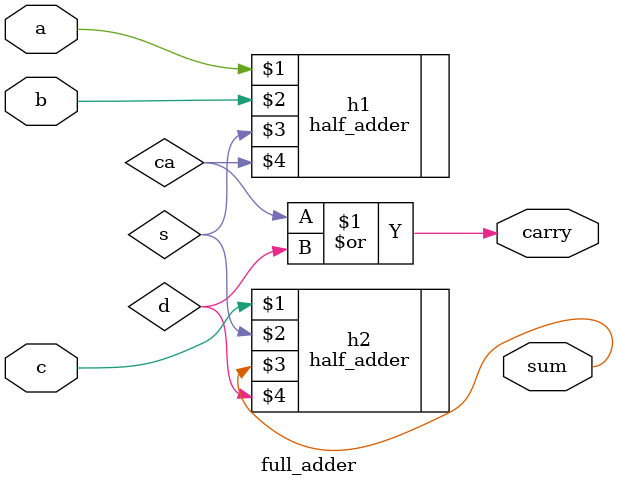
<source format=v>


module full_adder(a,b,c,sum,carry);

input a;
input b;
input c;
output sum;
output carry;

wire s;
wire ca;
wire d;


half_adder h1(a,b,s,ca);

half_adder h2(c,s,sum,d);

assign carry = ca | d;


endmodule

</source>
